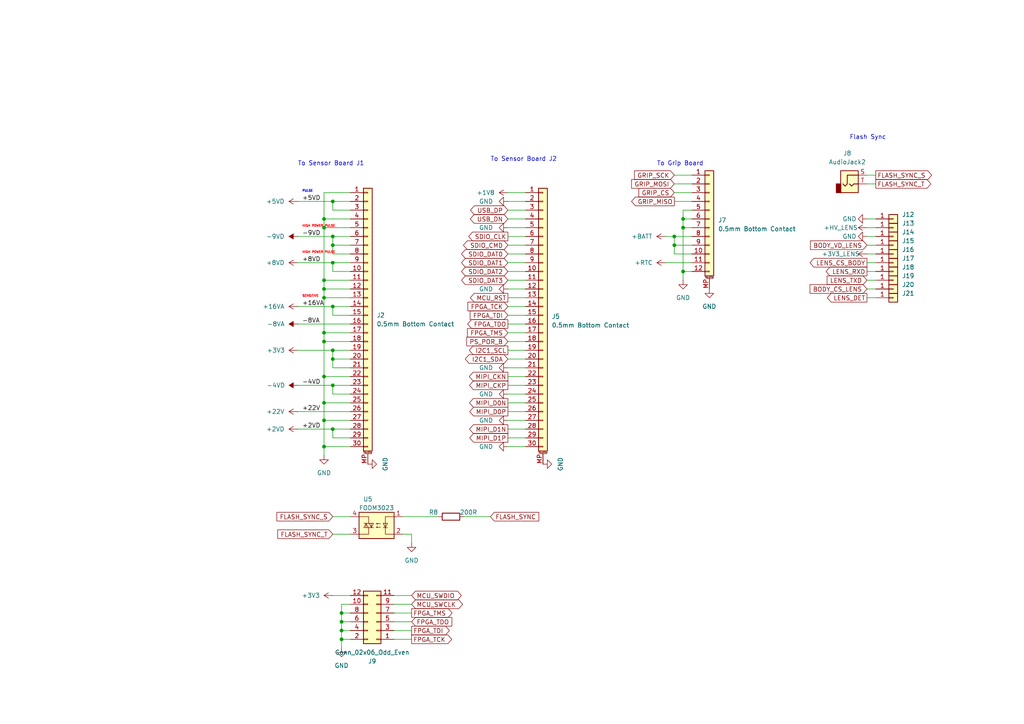
<source format=kicad_sch>
(kicad_sch (version 20231120) (generator "eeschema") (generator_version "8.0")
  (paper "A4")
  (title_block (title "IO/BTB Connectors") (date "2024-10-05") (rev "R0.12") (company "Copyright 2024 Anhang Li, Wenting Zhang") (comment 2 "MERCHANTABILITY, SATISFACTORY QUALITY AND FITNESS FOR A PARTICULAR PURPOSE.") (comment 3 "This source is distributed WITHOUT ANY EXPRESS OR IMPLIED WARRANTY, INCLUDING OF") (comment 4 "This source describes Open Hardware and is licensed under the CERN-OHL-P v2."))
  (lib_symbols
    (symbol "Connector_Audio:AudioJack2"
      (property "Reference" "J" (at 0 8.89 0))
      (property "Value" "AudioJack2" (at 0 6.35 0))
      (symbol "AudioJack2_0_1"
        (rectangle (start -3.81 0) (end -2.54 -2.54) (stroke (width 0.254)) (fill (type outline)))
        (rectangle (start -2.54 3.81) (end 2.54 -2.54) (stroke (width 0.254)) (fill (type background)))
        (polyline (pts (xy 0 0) (xy 0.635 -0.635) (xy 1.27 0) (xy 2.54 0)) (stroke (width 0.254)))
        (polyline (pts (xy 2.54 2.54) (xy -0.635 2.54) (xy -0.635 0) (xy -1.27 -0.635) (xy -1.905 0)) (stroke (width 0.254)))
      )
      (symbol "AudioJack2_1_1"
        (pin passive line (at 5.08 2.54 180) (length 2.54) (name "~") (number "S"))
        (pin passive line (at 5.08 0 180) (length 2.54) (name "~") (number "T"))
      )
    )
    (symbol "Connector_Generic:Conn_01x01" (pin_names (offset 1.016) hide)
      (property "Reference" "J" (at 0 2.54 0))
      (property "Value" "Conn_01x01" (at 0 -2.54 0))
      (symbol "Conn_01x01_1_1"
        (rectangle (start -1.27 0.127) (end 0 -0.127) (stroke (width 0.1524)))
        (rectangle (start -1.27 1.27) (end 1.27 -1.27) (stroke (width 0.254)) (fill (type background)))
        (pin passive line (at -5.08 0 0) (length 3.81) (name "Pin_1") (number "1"))
      )
    )
    (symbol "Connector_Generic:Conn_02x06_Odd_Even" (pin_names (offset 1.016) hide)
      (property "Reference" "J" (at 1.27 7.62 0))
      (property "Value" "Conn_02x06_Odd_Even" (at 1.27 -10.16 0))
      (symbol "Conn_02x06_Odd_Even_1_1"
        (rectangle (start -1.27 -7.493) (end 0 -7.747) (stroke (width 0.1524)))
        (rectangle (start -1.27 -4.953) (end 0 -5.207) (stroke (width 0.1524)))
        (rectangle (start -1.27 -2.413) (end 0 -2.667) (stroke (width 0.1524)))
        (rectangle (start -1.27 0.127) (end 0 -0.127) (stroke (width 0.1524)))
        (rectangle (start -1.27 2.667) (end 0 2.413) (stroke (width 0.1524)))
        (rectangle (start -1.27 5.207) (end 0 4.953) (stroke (width 0.1524)))
        (rectangle (start -1.27 6.35) (end 3.81 -8.89) (stroke (width 0.254)) (fill (type background)))
        (rectangle (start 3.81 -7.493) (end 2.54 -7.747) (stroke (width 0.1524)))
        (rectangle (start 3.81 -4.953) (end 2.54 -5.207) (stroke (width 0.1524)))
        (rectangle (start 3.81 -2.413) (end 2.54 -2.667) (stroke (width 0.1524)))
        (rectangle (start 3.81 0.127) (end 2.54 -0.127) (stroke (width 0.1524)))
        (rectangle (start 3.81 2.667) (end 2.54 2.413) (stroke (width 0.1524)))
        (rectangle (start 3.81 5.207) (end 2.54 4.953) (stroke (width 0.1524)))
        (pin passive line (at -5.08 5.08 0) (length 3.81) (name "Pin_1") (number "1"))
        (pin passive line (at 7.62 -5.08 180) (length 3.81) (name "Pin_10") (number "10"))
        (pin passive line (at -5.08 -7.62 0) (length 3.81) (name "Pin_11") (number "11"))
        (pin passive line (at 7.62 -7.62 180) (length 3.81) (name "Pin_12") (number "12"))
        (pin passive line (at 7.62 5.08 180) (length 3.81) (name "Pin_2") (number "2"))
        (pin passive line (at -5.08 2.54 0) (length 3.81) (name "Pin_3") (number "3"))
        (pin passive line (at 7.62 2.54 180) (length 3.81) (name "Pin_4") (number "4"))
        (pin passive line (at -5.08 0 0) (length 3.81) (name "Pin_5") (number "5"))
        (pin passive line (at 7.62 0 180) (length 3.81) (name "Pin_6") (number "6"))
        (pin passive line (at -5.08 -2.54 0) (length 3.81) (name "Pin_7") (number "7"))
        (pin passive line (at 7.62 -2.54 180) (length 3.81) (name "Pin_8") (number "8"))
        (pin passive line (at -5.08 -5.08 0) (length 3.81) (name "Pin_9") (number "9"))
      )
    )
    (symbol "Connector_Generic_MountingPin:Conn_01x12_MountingPin" (pin_names (offset 1.016) hide)
      (property "Reference" "J" (at 0 15.24 0))
      (property "Value" "Conn_01x12_MountingPin" (at 1.27 -17.78 0))
      (symbol "Conn_01x12_MountingPin_1_1"
        (rectangle (start -1.27 -15.113) (end 0 -15.367) (stroke (width 0.1524)))
        (rectangle (start -1.27 -12.573) (end 0 -12.827) (stroke (width 0.1524)))
        (rectangle (start -1.27 -10.033) (end 0 -10.287) (stroke (width 0.1524)))
        (rectangle (start -1.27 -7.493) (end 0 -7.747) (stroke (width 0.1524)))
        (rectangle (start -1.27 -4.953) (end 0 -5.207) (stroke (width 0.1524)))
        (rectangle (start -1.27 -2.413) (end 0 -2.667) (stroke (width 0.1524)))
        (rectangle (start -1.27 0.127) (end 0 -0.127) (stroke (width 0.1524)))
        (rectangle (start -1.27 2.667) (end 0 2.413) (stroke (width 0.1524)))
        (rectangle (start -1.27 5.207) (end 0 4.953) (stroke (width 0.1524)))
        (rectangle (start -1.27 7.747) (end 0 7.493) (stroke (width 0.1524)))
        (rectangle (start -1.27 10.287) (end 0 10.033) (stroke (width 0.1524)))
        (rectangle (start -1.27 12.827) (end 0 12.573) (stroke (width 0.1524)))
        (rectangle (start -1.27 13.97) (end 1.27 -16.51) (stroke (width 0.254)) (fill (type background)))
        (polyline (pts (xy -1.016 -17.272) (xy 1.016 -17.272)) (stroke (width 0.1524)))
        (text "Mounting" (at 0 -16.891 0) (effects (font (size 0.381 0.381))))
        (pin passive line (at -5.08 12.7 0) (length 3.81) (name "Pin_1") (number "1"))
        (pin passive line (at -5.08 -10.16 0) (length 3.81) (name "Pin_10") (number "10"))
        (pin passive line (at -5.08 -12.7 0) (length 3.81) (name "Pin_11") (number "11"))
        (pin passive line (at -5.08 -15.24 0) (length 3.81) (name "Pin_12") (number "12"))
        (pin passive line (at -5.08 10.16 0) (length 3.81) (name "Pin_2") (number "2"))
        (pin passive line (at -5.08 7.62 0) (length 3.81) (name "Pin_3") (number "3"))
        (pin passive line (at -5.08 5.08 0) (length 3.81) (name "Pin_4") (number "4"))
        (pin passive line (at -5.08 2.54 0) (length 3.81) (name "Pin_5") (number "5"))
        (pin passive line (at -5.08 0 0) (length 3.81) (name "Pin_6") (number "6"))
        (pin passive line (at -5.08 -2.54 0) (length 3.81) (name "Pin_7") (number "7"))
        (pin passive line (at -5.08 -5.08 0) (length 3.81) (name "Pin_8") (number "8"))
        (pin passive line (at -5.08 -7.62 0) (length 3.81) (name "Pin_9") (number "9"))
        (pin passive line (at 0 -20.32 90) (length 3.048) (name "MountPin") (number "MP"))
      )
    )
    (symbol "Connector_Generic_MountingPin:Conn_01x30_MountingPin" (pin_names (offset 1.016) hide)
      (property "Reference" "J" (at 0 38.1 0))
      (property "Value" "Conn_01x30_MountingPin" (at 1.27 -40.64 0))
      (symbol "Conn_01x30_MountingPin_1_1"
        (rectangle (start -1.27 -37.973) (end 0 -38.227) (stroke (width 0.1524)))
        (rectangle (start -1.27 -35.433) (end 0 -35.687) (stroke (width 0.1524)))
        (rectangle (start -1.27 -32.893) (end 0 -33.147) (stroke (width 0.1524)))
        (rectangle (start -1.27 -30.353) (end 0 -30.607) (stroke (width 0.1524)))
        (rectangle (start -1.27 -27.813) (end 0 -28.067) (stroke (width 0.1524)))
        (rectangle (start -1.27 -25.273) (end 0 -25.527) (stroke (width 0.1524)))
        (rectangle (start -1.27 -22.733) (end 0 -22.987) (stroke (width 0.1524)))
        (rectangle (start -1.27 -20.193) (end 0 -20.447) (stroke (width 0.1524)))
        (rectangle (start -1.27 -17.653) (end 0 -17.907) (stroke (width 0.1524)))
        (rectangle (start -1.27 -15.113) (end 0 -15.367) (stroke (width 0.1524)))
        (rectangle (start -1.27 -12.573) (end 0 -12.827) (stroke (width 0.1524)))
        (rectangle (start -1.27 -10.033) (end 0 -10.287) (stroke (width 0.1524)))
        (rectangle (start -1.27 -7.493) (end 0 -7.747) (stroke (width 0.1524)))
        (rectangle (start -1.27 -4.953) (end 0 -5.207) (stroke (width 0.1524)))
        (rectangle (start -1.27 -2.413) (end 0 -2.667) (stroke (width 0.1524)))
        (rectangle (start -1.27 0.127) (end 0 -0.127) (stroke (width 0.1524)))
        (rectangle (start -1.27 2.667) (end 0 2.413) (stroke (width 0.1524)))
        (rectangle (start -1.27 5.207) (end 0 4.953) (stroke (width 0.1524)))
        (rectangle (start -1.27 7.747) (end 0 7.493) (stroke (width 0.1524)))
        (rectangle (start -1.27 10.287) (end 0 10.033) (stroke (width 0.1524)))
        (rectangle (start -1.27 12.827) (end 0 12.573) (stroke (width 0.1524)))
        (rectangle (start -1.27 15.367) (end 0 15.113) (stroke (width 0.1524)))
        (rectangle (start -1.27 17.907) (end 0 17.653) (stroke (width 0.1524)))
        (rectangle (start -1.27 20.447) (end 0 20.193) (stroke (width 0.1524)))
        (rectangle (start -1.27 22.987) (end 0 22.733) (stroke (width 0.1524)))
        (rectangle (start -1.27 25.527) (end 0 25.273) (stroke (width 0.1524)))
        (rectangle (start -1.27 28.067) (end 0 27.813) (stroke (width 0.1524)))
        (rectangle (start -1.27 30.607) (end 0 30.353) (stroke (width 0.1524)))
        (rectangle (start -1.27 33.147) (end 0 32.893) (stroke (width 0.1524)))
        (rectangle (start -1.27 35.687) (end 0 35.433) (stroke (width 0.1524)))
        (rectangle (start -1.27 36.83) (end 1.27 -39.37) (stroke (width 0.254)) (fill (type background)))
        (polyline (pts (xy -1.016 -40.132) (xy 1.016 -40.132)) (stroke (width 0.1524)))
        (text "Mounting" (at 0 -39.751 0) (effects (font (size 0.381 0.381))))
        (pin passive line (at -5.08 35.56 0) (length 3.81) (name "Pin_1") (number "1"))
        (pin passive line (at -5.08 12.7 0) (length 3.81) (name "Pin_10") (number "10"))
        (pin passive line (at -5.08 10.16 0) (length 3.81) (name "Pin_11") (number "11"))
        (pin passive line (at -5.08 7.62 0) (length 3.81) (name "Pin_12") (number "12"))
        (pin passive line (at -5.08 5.08 0) (length 3.81) (name "Pin_13") (number "13"))
        (pin passive line (at -5.08 2.54 0) (length 3.81) (name "Pin_14") (number "14"))
        (pin passive line (at -5.08 0 0) (length 3.81) (name "Pin_15") (number "15"))
        (pin passive line (at -5.08 -2.54 0) (length 3.81) (name "Pin_16") (number "16"))
        (pin passive line (at -5.08 -5.08 0) (length 3.81) (name "Pin_17") (number "17"))
        (pin passive line (at -5.08 -7.62 0) (length 3.81) (name "Pin_18") (number "18"))
        (pin passive line (at -5.08 -10.16 0) (length 3.81) (name "Pin_19") (number "19"))
        (pin passive line (at -5.08 33.02 0) (length 3.81) (name "Pin_2") (number "2"))
        (pin passive line (at -5.08 -12.7 0) (length 3.81) (name "Pin_20") (number "20"))
        (pin passive line (at -5.08 -15.24 0) (length 3.81) (name "Pin_21") (number "21"))
        (pin passive line (at -5.08 -17.78 0) (length 3.81) (name "Pin_22") (number "22"))
        (pin passive line (at -5.08 -20.32 0) (length 3.81) (name "Pin_23") (number "23"))
        (pin passive line (at -5.08 -22.86 0) (length 3.81) (name "Pin_24") (number "24"))
        (pin passive line (at -5.08 -25.4 0) (length 3.81) (name "Pin_25") (number "25"))
        (pin passive line (at -5.08 -27.94 0) (length 3.81) (name "Pin_26") (number "26"))
        (pin passive line (at -5.08 -30.48 0) (length 3.81) (name "Pin_27") (number "27"))
        (pin passive line (at -5.08 -33.02 0) (length 3.81) (name "Pin_28") (number "28"))
        (pin passive line (at -5.08 -35.56 0) (length 3.81) (name "Pin_29") (number "29"))
        (pin passive line (at -5.08 30.48 0) (length 3.81) (name "Pin_3") (number "3"))
        (pin passive line (at -5.08 -38.1 0) (length 3.81) (name "Pin_30") (number "30"))
        (pin passive line (at -5.08 27.94 0) (length 3.81) (name "Pin_4") (number "4"))
        (pin passive line (at -5.08 25.4 0) (length 3.81) (name "Pin_5") (number "5"))
        (pin passive line (at -5.08 22.86 0) (length 3.81) (name "Pin_6") (number "6"))
        (pin passive line (at -5.08 20.32 0) (length 3.81) (name "Pin_7") (number "7"))
        (pin passive line (at -5.08 17.78 0) (length 3.81) (name "Pin_8") (number "8"))
        (pin passive line (at -5.08 15.24 0) (length 3.81) (name "Pin_9") (number "9"))
        (pin passive line (at 0 -43.18 90) (length 3.048) (name "MountPin") (number "MP"))
      )
    )
    (symbol "Device:R" (pin_numbers hide) (pin_names (offset 0))
      (property "Reference" "R" (at 2.032 0 90))
      (property "Value" "R" (at 0 0 90))
      (symbol "R_0_1"
        (rectangle (start -1.016 -2.54) (end 1.016 2.54) (stroke (width 0.254)))
      )
      (symbol "R_1_1"
        (pin passive line (at 0 3.81 270) (length 1.27) (name "~") (number "1"))
        (pin passive line (at 0 -3.81 90) (length 1.27) (name "~") (number "2"))
      )
    )
    (symbol "Relay_SolidState:FODM3023"
      (property "Reference" "U" (at -5.08 5.08 0))
      (property "Value" "FODM3023" (at 0 5.08 0))
      (symbol "FODM3023_0_1"
        (rectangle (start -5.08 3.81) (end 5.08 -3.81) (stroke (width 0.254)) (fill (type background)))
        (polyline (pts (xy -3.175 -0.635) (xy -1.905 -0.635)))
        (polyline (pts (xy 1.524 -0.635) (xy 1.524 0.635)))
        (polyline (pts (xy 3.048 0.635) (xy 3.048 -0.635)))
        (polyline (pts (xy 2.286 -0.635) (xy 2.286 -2.54) (xy 5.08 -2.54)))
        (polyline (pts (xy 2.286 0.635) (xy 2.286 2.54) (xy 5.08 2.54)))
        (polyline (pts (xy -5.08 2.54) (xy -2.54 2.54) (xy -2.54 -2.54) (xy -5.08 -2.54)))
        (polyline (pts (xy -2.54 -0.635) (xy -3.175 0.635) (xy -1.905 0.635) (xy -2.54 -0.635)))
        (polyline (pts (xy 0.889 -0.635) (xy 3.683 -0.635) (xy 3.048 0.635) (xy 2.413 -0.635)))
        (polyline (pts (xy 3.683 0.635) (xy 0.889 0.635) (xy 1.524 -0.635) (xy 2.159 0.635)))
        (polyline (pts (xy -1.143 -0.508) (xy 0.127 -0.508) (xy -0.254 -0.635) (xy -0.254 -0.381) (xy 0.127 -0.508)))
        (polyline (pts (xy -1.143 0.508) (xy 0.127 0.508) (xy -0.254 0.381) (xy -0.254 0.635) (xy 0.127 0.508)))
      )
      (symbol "FODM3023_1_1"
        (pin passive line (at -7.62 2.54 0) (length 2.54) (name "~") (number "1"))
        (pin passive line (at -7.62 -2.54 0) (length 2.54) (name "~") (number "2"))
        (pin passive line (at 7.62 -2.54 180) (length 2.54) (name "~") (number "3"))
        (pin passive line (at 7.62 2.54 180) (length 2.54) (name "~") (number "4"))
      )
    )
    (symbol "power:+1V8" (power) (pin_names (offset 0))
      (property "Value" "+1V8" (at 0 3.556 0))
      (symbol "+1V8_0_1"
        (polyline (pts (xy -0.762 1.27) (xy 0 2.54)))
        (polyline (pts (xy 0 0) (xy 0 2.54)))
        (polyline (pts (xy 0 2.54) (xy 0.762 1.27)))
      )
      (symbol "+1V8_1_1"
        (pin power_in line (at 0 0 90) (length 0) hide (name "+1V8") (number "1"))
      )
    )
    (symbol "power:+3V3" (power) (pin_names (offset 0))
      (property "Value" "+3V3" (at 0 3.556 0))
      (symbol "+3V3_0_1"
        (polyline (pts (xy -0.762 1.27) (xy 0 2.54)))
        (polyline (pts (xy 0 0) (xy 0 2.54)))
        (polyline (pts (xy 0 2.54) (xy 0.762 1.27)))
      )
      (symbol "+3V3_1_1"
        (pin power_in line (at 0 0 90) (length 0) hide (name "+3V3") (number "1"))
      )
    )
    (symbol "power:+5V" (power) (pin_names (offset 0))
      (property "Value" "+5V" (at 0 3.556 0))
      (symbol "+5V_0_1"
        (polyline (pts (xy -0.762 1.27) (xy 0 2.54)))
        (polyline (pts (xy 0 0) (xy 0 2.54)))
        (polyline (pts (xy 0 2.54) (xy 0.762 1.27)))
      )
      (symbol "+5V_1_1"
        (pin power_in line (at 0 0 90) (length 0) hide (name "+5V") (number "1"))
      )
    )
    (symbol "power:+BATT" (power) (pin_names (offset 0))
      (property "Value" "+BATT" (at 0 3.556 0))
      (symbol "+BATT_0_1"
        (polyline (pts (xy -0.762 1.27) (xy 0 2.54)))
        (polyline (pts (xy 0 0) (xy 0 2.54)))
        (polyline (pts (xy 0 2.54) (xy 0.762 1.27)))
      )
      (symbol "+BATT_1_1"
        (pin power_in line (at 0 0 90) (length 0) hide (name "+BATT") (number "1"))
      )
    )
    (symbol "power:GND" (power) (pin_names (offset 0))
      (property "Value" "GND" (at 0 -3.81 0))
      (symbol "GND_0_1"
        (polyline (pts (xy 0 0) (xy 0 -1.27) (xy 1.27 -1.27) (xy 0 -2.54) (xy -1.27 -1.27) (xy 0 -1.27)))
      )
      (symbol "GND_1_1"
        (pin power_in line (at 0 0 270) (length 0) hide (name "GND") (number "1"))
      )
    )
    (symbol "power:VDC" (power) (pin_numbers hide) (pin_names (offset 0) hide)
      (property "Value" "VDC" (at 0 3.556 0))
      (symbol "VDC_0_1"
        (polyline (pts (xy -0.762 1.27) (xy 0 2.54)))
        (polyline (pts (xy 0 0) (xy 0 2.54)))
        (polyline (pts (xy 0 2.54) (xy 0.762 1.27)))
      )
      (symbol "VDC_1_1"
        (pin power_in line (at 0 0 90) (length 0) (name "~") (number "1"))
      )
    )
    (symbol "power:VEE" (power) (pin_numbers hide) (pin_names (offset 0) hide)
      (property "Value" "VEE" (at 0 3.556 0))
      (symbol "VEE_0_1"
        (polyline (pts (xy 0 0) (xy 0 2.54)))
        (polyline (pts (xy 0.762 1.27) (xy -0.762 1.27) (xy 0 2.54) (xy 0.762 1.27)) (fill (type outline)))
      )
      (symbol "VEE_1_1"
        (pin power_in line (at 0 0 90) (length 0) (name "~") (number "1"))
      )
    )
    (symbol "symbols:+RTC" (power) (pin_names (offset 0))
      (property "Value" "+RTC" (at 0 3.556 0))
      (symbol "+RTC_0_1"
        (polyline (pts (xy -0.762 1.27) (xy 0 2.54)))
        (polyline (pts (xy 0 0) (xy 0 2.54)))
        (polyline (pts (xy 0 2.54) (xy 0.762 1.27)))
      )
      (symbol "+RTC_1_1"
        (pin power_in line (at 0 0 90) (length 0) hide (name "+RTC") (number "1"))
      )
    )
  )
  (junction (at 198.12 66.04))
  (junction (at 195.58 71.12))
  (junction (at 198.12 78.74))
  (junction (at 93.98 83.82))
  (junction (at 96.52 111.76))
  (junction (at 99.06 180.34))
  (junction (at 93.98 81.28))
  (junction (at 99.06 182.88))
  (junction (at 96.52 101.6))
  (junction (at 99.06 177.8))
  (junction (at 93.98 116.84))
  (junction (at 96.52 124.46))
  (junction (at 96.52 76.2))
  (junction (at 96.52 68.58))
  (junction (at 99.06 185.42))
  (junction (at 96.52 104.14))
  (junction (at 93.98 66.04))
  (junction (at 93.98 86.36))
  (junction (at 198.12 63.5))
  (junction (at 93.98 99.06))
  (junction (at 93.98 121.92))
  (junction (at 96.52 58.42))
  (junction (at 195.58 68.58))
  (junction (at 93.98 63.5))
  (junction (at 96.52 88.9))
  (junction (at 93.98 129.54))
  (junction (at 93.98 96.52))
  (junction (at 93.98 109.22))
  (junction (at 96.52 71.12))
  (wire (pts (xy 251.46 53.34) (xy 254 53.34)))
  (wire (pts (xy 147.32 83.82) (xy 152.4 83.82)))
  (wire (pts (xy 86.36 101.6) (xy 96.52 101.6)))
  (wire (pts (xy 99.06 185.42) (xy 101.6 185.42)))
  (wire (pts (xy 96.52 71.12) (xy 101.6 71.12)))
  (wire (pts (xy 198.12 63.5) (xy 198.12 66.04)))
  (wire (pts (xy 96.52 68.58) (xy 101.6 68.58)))
  (wire (pts (xy 251.46 50.8) (xy 254 50.8)))
  (wire (pts (xy 198.12 63.5) (xy 200.66 63.5)))
  (wire (pts (xy 147.32 76.2) (xy 152.4 76.2)))
  (wire (pts (xy 96.52 76.2) (xy 96.52 78.74)))
  (wire (pts (xy 101.6 175.26) (xy 99.06 175.26)))
  (wire (pts (xy 147.32 91.44) (xy 152.4 91.44)))
  (wire (pts (xy 251.46 83.82) (xy 254 83.82)))
  (wire (pts (xy 86.36 119.38) (xy 101.6 119.38)))
  (wire (pts (xy 96.52 114.3) (xy 96.52 111.76)))
  (wire (pts (xy 147.32 86.36) (xy 152.4 86.36)))
  (wire (pts (xy 147.32 73.66) (xy 152.4 73.66)))
  (wire (pts (xy 93.98 83.82) (xy 93.98 86.36)))
  (wire (pts (xy 200.66 73.66) (xy 195.58 73.66)))
  (wire (pts (xy 198.12 66.04) (xy 198.12 78.74)))
  (wire (pts (xy 93.98 109.22) (xy 93.98 116.84)))
  (wire (pts (xy 119.38 182.88) (xy 114.3 182.88)))
  (wire (pts (xy 147.32 93.98) (xy 152.4 93.98)))
  (wire (pts (xy 93.98 121.92) (xy 101.6 121.92)))
  (wire (pts (xy 93.98 66.04) (xy 93.98 81.28)))
  (wire (pts (xy 93.98 109.22) (xy 101.6 109.22)))
  (wire (pts (xy 195.58 55.88) (xy 200.66 55.88)))
  (wire (pts (xy 93.98 81.28) (xy 101.6 81.28)))
  (wire (pts (xy 147.32 55.88) (xy 152.4 55.88)))
  (wire (pts (xy 93.98 116.84) (xy 101.6 116.84)))
  (wire (pts (xy 96.52 68.58) (xy 96.52 71.12)))
  (wire (pts (xy 86.36 124.46) (xy 96.52 124.46)))
  (wire (pts (xy 114.3 175.26) (xy 119.38 175.26)))
  (wire (pts (xy 93.98 129.54) (xy 93.98 132.08)))
  (wire (pts (xy 93.98 96.52) (xy 93.98 99.06)))
  (wire (pts (xy 251.46 78.74) (xy 254 78.74)))
  (wire (pts (xy 147.32 127) (xy 152.4 127)))
  (wire (pts (xy 251.46 81.28) (xy 254 81.28)))
  (wire (pts (xy 93.98 83.82) (xy 101.6 83.82)))
  (wire (pts (xy 96.52 91.44) (xy 101.6 91.44)))
  (wire (pts (xy 93.98 55.88) (xy 101.6 55.88)))
  (wire (pts (xy 99.06 185.42) (xy 99.06 187.96)))
  (wire (pts (xy 96.52 106.68) (xy 96.52 104.14)))
  (wire (pts (xy 96.52 60.96) (xy 96.52 58.42)))
  (wire (pts (xy 147.32 88.9) (xy 152.4 88.9)))
  (wire (pts (xy 198.12 78.74) (xy 200.66 78.74)))
  (wire (pts (xy 93.98 99.06) (xy 101.6 99.06)))
  (wire (pts (xy 86.36 68.58) (xy 96.52 68.58)))
  (wire (pts (xy 193.04 68.58) (xy 195.58 68.58)))
  (wire (pts (xy 101.6 106.68) (xy 96.52 106.68)))
  (wire (pts (xy 93.98 129.54) (xy 101.6 129.54)))
  (wire (pts (xy 147.32 119.38) (xy 152.4 119.38)))
  (wire (pts (xy 96.52 78.74) (xy 101.6 78.74)))
  (wire (pts (xy 96.52 73.66) (xy 101.6 73.66)))
  (wire (pts (xy 251.46 71.12) (xy 254 71.12)))
  (wire (pts (xy 251.46 76.2) (xy 254 76.2)))
  (wire (pts (xy 147.32 81.28) (xy 152.4 81.28)))
  (wire (pts (xy 147.32 114.3) (xy 152.4 114.3)))
  (wire (pts (xy 96.52 71.12) (xy 96.52 73.66)))
  (wire (pts (xy 93.98 116.84) (xy 93.98 121.92)))
  (wire (pts (xy 147.32 71.12) (xy 152.4 71.12)))
  (wire (pts (xy 96.52 149.86) (xy 101.6 149.86)))
  (wire (pts (xy 134.62 149.86) (xy 142.24 149.86)))
  (wire (pts (xy 147.32 99.06) (xy 152.4 99.06)))
  (wire (pts (xy 101.6 114.3) (xy 96.52 114.3)))
  (wire (pts (xy 93.98 121.92) (xy 93.98 129.54)))
  (wire (pts (xy 195.58 73.66) (xy 195.58 71.12)))
  (wire (pts (xy 147.32 60.96) (xy 152.4 60.96)))
  (wire (pts (xy 96.52 104.14) (xy 96.52 101.6)))
  (wire (pts (xy 119.38 180.34) (xy 114.3 180.34)))
  (wire (pts (xy 96.52 60.96) (xy 101.6 60.96)))
  (wire (pts (xy 101.6 127) (xy 96.52 127)))
  (wire (pts (xy 96.52 76.2) (xy 101.6 76.2)))
  (wire (pts (xy 200.66 60.96) (xy 198.12 60.96)))
  (wire (pts (xy 147.32 63.5) (xy 152.4 63.5)))
  (wire (pts (xy 251.46 63.5) (xy 254 63.5)))
  (wire (pts (xy 93.98 55.88) (xy 93.98 63.5)))
  (wire (pts (xy 198.12 66.04) (xy 200.66 66.04)))
  (wire (pts (xy 147.32 101.6) (xy 152.4 101.6)))
  (wire (pts (xy 96.52 104.14) (xy 101.6 104.14)))
  (wire (pts (xy 93.98 99.06) (xy 93.98 109.22)))
  (wire (pts (xy 119.38 185.42) (xy 114.3 185.42)))
  (wire (pts (xy 147.32 121.92) (xy 152.4 121.92)))
  (wire (pts (xy 99.06 182.88) (xy 101.6 182.88)))
  (wire (pts (xy 96.52 172.72) (xy 101.6 172.72)))
  (wire (pts (xy 93.98 96.52) (xy 101.6 96.52)))
  (wire (pts (xy 251.46 68.58) (xy 254 68.58)))
  (wire (pts (xy 96.52 88.9) (xy 96.52 91.44)))
  (wire (pts (xy 96.52 101.6) (xy 101.6 101.6)))
  (wire (pts (xy 86.36 111.76) (xy 96.52 111.76)))
  (wire (pts (xy 193.04 76.2) (xy 200.66 76.2)))
  (wire (pts (xy 99.06 177.8) (xy 99.06 180.34)))
  (wire (pts (xy 93.98 86.36) (xy 101.6 86.36)))
  (wire (pts (xy 147.32 96.52) (xy 152.4 96.52)))
  (wire (pts (xy 99.06 182.88) (xy 99.06 185.42)))
  (wire (pts (xy 119.38 177.8) (xy 114.3 177.8)))
  (wire (pts (xy 198.12 78.74) (xy 198.12 81.28)))
  (wire (pts (xy 195.58 71.12) (xy 195.58 68.58)))
  (wire (pts (xy 251.46 86.36) (xy 254 86.36)))
  (wire (pts (xy 86.36 88.9) (xy 96.52 88.9)))
  (wire (pts (xy 198.12 60.96) (xy 198.12 63.5)))
  (wire (pts (xy 251.46 73.66) (xy 254 73.66)))
  (wire (pts (xy 147.32 68.58) (xy 152.4 68.58)))
  (wire (pts (xy 147.32 106.68) (xy 152.4 106.68)))
  (wire (pts (xy 114.3 172.72) (xy 119.38 172.72)))
  (wire (pts (xy 93.98 66.04) (xy 101.6 66.04)))
  (wire (pts (xy 195.58 68.58) (xy 200.66 68.58)))
  (wire (pts (xy 147.32 111.76) (xy 152.4 111.76)))
  (wire (pts (xy 147.32 78.74) (xy 152.4 78.74)))
  (wire (pts (xy 86.36 76.2) (xy 96.52 76.2)))
  (wire (pts (xy 195.58 50.8) (xy 200.66 50.8)))
  (wire (pts (xy 93.98 81.28) (xy 93.98 83.82)))
  (wire (pts (xy 96.52 111.76) (xy 101.6 111.76)))
  (wire (pts (xy 86.36 58.42) (xy 96.52 58.42)))
  (wire (pts (xy 99.06 175.26) (xy 99.06 177.8)))
  (wire (pts (xy 147.32 124.46) (xy 152.4 124.46)))
  (wire (pts (xy 116.84 154.94) (xy 119.38 154.94)))
  (wire (pts (xy 96.52 127) (xy 96.52 124.46)))
  (wire (pts (xy 195.58 58.42) (xy 200.66 58.42)))
  (wire (pts (xy 99.06 177.8) (xy 101.6 177.8)))
  (wire (pts (xy 147.32 109.22) (xy 152.4 109.22)))
  (wire (pts (xy 93.98 63.5) (xy 101.6 63.5)))
  (wire (pts (xy 93.98 63.5) (xy 93.98 66.04)))
  (wire (pts (xy 251.46 66.04) (xy 254 66.04)))
  (wire (pts (xy 86.36 93.98) (xy 101.6 93.98)))
  (wire (pts (xy 195.58 53.34) (xy 200.66 53.34)))
  (wire (pts (xy 119.38 154.94) (xy 119.38 157.48)))
  (wire (pts (xy 99.06 180.34) (xy 101.6 180.34)))
  (wire (pts (xy 147.32 104.14) (xy 152.4 104.14)))
  (wire (pts (xy 147.32 58.42) (xy 152.4 58.42)))
  (wire (pts (xy 195.58 71.12) (xy 200.66 71.12)))
  (wire (pts (xy 147.32 129.54) (xy 152.4 129.54)))
  (wire (pts (xy 96.52 58.42) (xy 101.6 58.42)))
  (wire (pts (xy 96.52 88.9) (xy 101.6 88.9)))
  (wire (pts (xy 99.06 180.34) (xy 99.06 182.88)))
  (wire (pts (xy 147.32 116.84) (xy 152.4 116.84)))
  (wire (pts (xy 96.52 124.46) (xy 101.6 124.46)))
  (wire (pts (xy 147.32 66.04) (xy 152.4 66.04)))
  (wire (pts (xy 93.98 86.36) (xy 93.98 96.52)))
  (wire (pts (xy 116.84 149.86) (xy 127 149.86)))
  (wire (pts (xy 96.52 154.94) (xy 101.6 154.94)))
  (text "PULSE" (at 87.63 55.88 0) (effects (font (size 0.635 0.635)) (justify left bottom)))
  (text "To Sensor Board J2" (at 142.24 46.99 0) (effects (font (size 1.27 1.27)) (justify left bottom)))
  (text "To Grip Board" (at 190.5 48.26 0) (effects (font (size 1.27 1.27)) (justify left bottom)))
  (text "To Sensor Board J1" (at 86.36 48.26 0) (effects (font (size 1.27 1.27)) (justify left bottom)))
  (text "Flash Sync" (at 246.38 40.64 0) (effects (font (size 1.27 1.27)) (justify left bottom)))
  (text "SENSITIVE" (at 87.63 86.36 0) (effects (font (size 0.635 0.635)) (justify left bottom)))
  (text "HIGH POWER PULSE" (at 87.63 73.66 0) (effects (font (size 0.635 0.635)) (justify left bottom)))
  (text "HIGH POWER PULSE" (at 87.63 66.04 0) (effects (font (size 0.635 0.635)) (justify left bottom)))
  (label "-9VD" (at 87.63 68.58 0))
  (label "+8VD" (at 87.63 76.2 0))
  (label "+22V" (at 87.63 119.38 0))
  (label "-8VA" (at 87.63 93.98 0))
  (label "+2VD" (at 87.63 124.46 0))
  (label "+5VD" (at 87.63 58.42 0))
  (label "+16VA" (at 87.63 88.9 0))
  (label "-4VD" (at 87.63 111.76 0))
  (global_label "FPGA_TCK" (shape output) (at 119.38 185.42 0) (property "Intersheetrefs" "${INTERSHEET_REFS}" (effects (hide yes))))
  (global_label "FLASH_SYNC" (shape input) (at 142.24 149.86 0) (property "Intersheetrefs" "${INTERSHEET_REFS}" (effects (hide yes))))
  (global_label "FLASH_SYNC_T" (shape output) (at 254 53.34 0) (property "Intersheetrefs" "${INTERSHEET_REFS}" (effects (hide yes))))
  (global_label "SDIO_CLK" (shape output) (at 147.32 68.58 180) (property "Intersheetrefs" "${INTERSHEET_REFS}" (effects (hide yes))))
  (global_label "USB_DP" (shape bidirectional) (at 147.32 60.96 180) (property "Intersheetrefs" "${INTERSHEET_REFS}" (effects (hide yes))))
  (global_label "GRIP_MISO" (shape output) (at 195.58 58.42 180) (property "Intersheetrefs" "${INTERSHEET_REFS}" (effects (hide yes))))
  (global_label "MCU_RST" (shape output) (at 147.32 86.36 180) (property "Intersheetrefs" "${INTERSHEET_REFS}" (effects (hide yes))))
  (global_label "FPGA_TMS" (shape output) (at 119.38 177.8 0) (property "Intersheetrefs" "${INTERSHEET_REFS}" (effects (hide yes))))
  (global_label "MIPI_D0P" (shape output) (at 147.32 119.38 180) (property "Intersheetrefs" "${INTERSHEET_REFS}" (effects (hide yes))))
  (global_label "MCU_SWCLK" (shape bidirectional) (at 119.38 175.26 0) (property "Intersheetrefs" "${INTERSHEET_REFS}" (effects (hide yes))))
  (global_label "FLASH_SYNC_S" (shape input) (at 96.52 149.86 180) (property "Intersheetrefs" "${INTERSHEET_REFS}" (effects (hide yes))))
  (global_label "MIPI_D1N" (shape output) (at 147.32 124.46 180) (property "Intersheetrefs" "${INTERSHEET_REFS}" (effects (hide yes))))
  (global_label "I2C1_SCL" (shape output) (at 147.32 101.6 180) (property "Intersheetrefs" "${INTERSHEET_REFS}" (effects (hide yes))))
  (global_label "MCU_SWDIO" (shape bidirectional) (at 119.38 172.72 0) (property "Intersheetrefs" "${INTERSHEET_REFS}" (effects (hide yes))))
  (global_label "BODY_CS_LENS" (shape input) (at 251.46 83.82 180) (property "Intersheetrefs" "${INTERSHEET_REFS}" (effects (hide yes))))
  (global_label "LENS_DET" (shape output) (at 251.46 86.36 180) (property "Intersheetrefs" "${INTERSHEET_REFS}" (effects (hide yes))))
  (global_label "USB_DN" (shape bidirectional) (at 147.32 63.5 180) (property "Intersheetrefs" "${INTERSHEET_REFS}" (effects (hide yes))))
  (global_label "SDIO_CMD" (shape bidirectional) (at 147.32 71.12 180) (property "Intersheetrefs" "${INTERSHEET_REFS}" (effects (hide yes))))
  (global_label "FPGA_TDI" (shape input) (at 147.32 91.44 180) (property "Intersheetrefs" "${INTERSHEET_REFS}" (effects (hide yes))))
  (global_label "MIPI_CKN" (shape output) (at 147.32 109.22 180) (property "Intersheetrefs" "${INTERSHEET_REFS}" (effects (hide yes))))
  (global_label "FPGA_TCK" (shape input) (at 147.32 88.9 180) (property "Intersheetrefs" "${INTERSHEET_REFS}" (effects (hide yes))))
  (global_label "MIPI_CKP" (shape output) (at 147.32 111.76 180) (property "Intersheetrefs" "${INTERSHEET_REFS}" (effects (hide yes))))
  (global_label "FPGA_TDI" (shape output) (at 119.38 182.88 0) (property "Intersheetrefs" "${INTERSHEET_REFS}" (effects (hide yes))))
  (global_label "FPGA_TDO" (shape input) (at 119.38 180.34 0) (property "Intersheetrefs" "${INTERSHEET_REFS}" (effects (hide yes))))
  (global_label "FPGA_TMS" (shape input) (at 147.32 96.52 180) (property "Intersheetrefs" "${INTERSHEET_REFS}" (effects (hide yes))))
  (global_label "LENS_CS_BODY" (shape output) (at 251.46 76.2 180) (property "Intersheetrefs" "${INTERSHEET_REFS}" (effects (hide yes))))
  (global_label "SDIO_DAT3" (shape bidirectional) (at 147.32 81.28 180) (property "Intersheetrefs" "${INTERSHEET_REFS}" (effects (hide yes))))
  (global_label "FPGA_TDO" (shape output) (at 147.32 93.98 180) (property "Intersheetrefs" "${INTERSHEET_REFS}" (effects (hide yes))))
  (global_label "FLASH_SYNC_S" (shape output) (at 254 50.8 0) (property "Intersheetrefs" "${INTERSHEET_REFS}" (effects (hide yes))))
  (global_label "GRIP_MOSI" (shape input) (at 195.58 53.34 180) (property "Intersheetrefs" "${INTERSHEET_REFS}" (effects (hide yes))))
  (global_label "PS_POR_B" (shape input) (at 147.32 99.06 180) (property "Intersheetrefs" "${INTERSHEET_REFS}" (effects (hide yes))))
  (global_label "LENS_TXD" (shape input) (at 251.46 81.28 180) (property "Intersheetrefs" "${INTERSHEET_REFS}" (effects (hide yes))))
  (global_label "BODY_VD_LENS" (shape input) (at 251.46 71.12 180) (property "Intersheetrefs" "${INTERSHEET_REFS}" (effects (hide yes))))
  (global_label "LENS_RXD" (shape output) (at 251.46 78.74 180) (property "Intersheetrefs" "${INTERSHEET_REFS}" (effects (hide yes))))
  (global_label "I2C1_SDA" (shape bidirectional) (at 147.32 104.14 180) (property "Intersheetrefs" "${INTERSHEET_REFS}" (effects (hide yes))))
  (global_label "MIPI_D1P" (shape output) (at 147.32 127 180) (property "Intersheetrefs" "${INTERSHEET_REFS}" (effects (hide yes))))
  (global_label "SDIO_DAT1" (shape bidirectional) (at 147.32 76.2 180) (property "Intersheetrefs" "${INTERSHEET_REFS}" (effects (hide yes))))
  (global_label "GRIP_SCK" (shape input) (at 195.58 50.8 180) (property "Intersheetrefs" "${INTERSHEET_REFS}" (effects (hide yes))))
  (global_label "FLASH_SYNC_T" (shape input) (at 96.52 154.94 180) (property "Intersheetrefs" "${INTERSHEET_REFS}" (effects (hide yes))))
  (global_label "GRIP_CS" (shape input) (at 195.58 55.88 180) (property "Intersheetrefs" "${INTERSHEET_REFS}" (effects (hide yes))))
  (global_label "SDIO_DAT0" (shape bidirectional) (at 147.32 73.66 180) (property "Intersheetrefs" "${INTERSHEET_REFS}" (effects (hide yes))))
  (global_label "MIPI_D0N" (shape output) (at 147.32 116.84 180) (property "Intersheetrefs" "${INTERSHEET_REFS}" (effects (hide yes))))
  (global_label "SDIO_DAT2" (shape bidirectional) (at 147.32 78.74 180) (property "Intersheetrefs" "${INTERSHEET_REFS}" (effects (hide yes))))
  (symbol (lib_id "power:+BATT") (at 193.04 68.58 90) (unit 1)
    (property "Reference" "#PWR089" (effects (hide yes)))
    (property "Value" "+BATT" (at 189.23 68.58 90) (effects (justify left)))
  )
  (symbol (lib_id "Connector_Generic:Conn_01x01") (at 259.08 68.58 0) (unit 1)
    (property "Reference" "J14" (at 261.62 67.3099 0) (effects (justify left)))
    (property "Value" "LensMount" (effects (hide yes)))
    (property "Footprint" "footprints:YZP0652-15072-01" (effects (hide yes)))
    (property "Description" "Generic connector, single row, 01x01, script generated (kicad-library-utils/schlib/autogen/connector/)" (effects (hide yes)))
  )
  (symbol (lib_id "power:GND") (at 251.46 63.5 270) (mirror x) (unit 1)
    (property "Reference" "#PWR0139" (effects (hide yes)))
    (property "Value" "GND" (at 246.38 63.5 90))
  )
  (symbol (lib_id "power:VDC") (at 86.36 119.38 90) (unit 1)
    (property "Reference" "#PWR0113" (effects (hide yes)))
    (property "Value" "+22V" (at 82.55 119.3799 90) (effects (justify left)))
    (property "Description" "Power symbol creates a global label with name \"VDC\"" (effects (hide yes)))
  )
  (symbol (lib_id "power:GND") (at 205.74 83.82 0) (unit 1)
    (property "Reference" "#PWR03" (effects (hide yes)))
    (property "Value" "GND" (at 205.74 88.9 0))
  )
  (symbol (lib_id "Connector_Generic:Conn_01x01") (at 259.08 83.82 0) (unit 1)
    (property "Reference" "J20" (at 261.62 82.5499 0) (effects (justify left)))
    (property "Value" "LensMount" (effects (hide yes)))
    (property "Footprint" "footprints:YZP0652-15072-01" (effects (hide yes)))
    (property "Description" "Generic connector, single row, 01x01, script generated (kicad-library-utils/schlib/autogen/connector/)" (effects (hide yes)))
  )
  (symbol (lib_id "power:GND") (at 157.48 134.62 90) (mirror x) (unit 1)
    (property "Reference" "#PWR07" (effects (hide yes)))
    (property "Value" "GND" (at 162.56 134.62 0))
  )
  (symbol (lib_id "power:GND") (at 147.32 83.82 270) (mirror x) (unit 1)
    (property "Reference" "#PWR0213" (effects (hide yes)))
    (property "Value" "GND" (at 140.97 83.82 90))
  )
  (symbol (lib_id "power:GND") (at 93.98 132.08 0) (unit 1)
    (property "Reference" "#PWR0155" (effects (hide yes)))
    (property "Value" "GND" (at 93.98 137.16 0))
  )
  (symbol (lib_id "power:VDC") (at 86.36 76.2 90) (unit 1)
    (property "Reference" "#PWR096" (effects (hide yes)))
    (property "Value" "+8VD" (at 82.55 76.1999 90) (effects (justify left)))
    (property "Description" "Power symbol creates a global label with name \"VDC\"" (effects (hide yes)))
  )
  (symbol (lib_id "power:VEE") (at 86.36 111.76 90) (unit 1)
    (property "Reference" "#PWR068" (effects (hide yes)))
    (property "Value" "-4VD" (at 80.01 111.76 90))
    (property "Description" "Power symbol creates a global label with name \"VEE\"" (effects (hide yes)))
  )
  (symbol (lib_id "Connector_Generic:Conn_02x06_Odd_Even") (at 109.22 180.34 180) (unit 1)
    (property "Reference" "J9" (at 107.95 191.77 0))
    (property "Value" "Conn_02x06_Odd_Even" (at 107.95 189.23 0))
    (property "Footprint" "Connector_PinSocket_1.27mm:PinSocket_2x06_P1.27mm_Horizontal" (effects (hide yes)))
    (property "Description" "Generic connector, double row, 02x06, odd/even pin numbering scheme (row 1 odd numbers, row 2 even numbers), script generated (kicad-library-utils/schlib/autogen/connector/)" (effects (hide yes)))
  )
  (symbol (lib_id "Connector_Generic_MountingPin:Conn_01x30_MountingPin") (at 157.48 91.44 0) (unit 1)
    (property "Reference" "J5" (at 160.02 91.7956 0) (effects (justify left)))
    (property "Value" "0.5mm Bottom Contact" (at 160.02 94.3356 0) (effects (justify left)))
    (property "Footprint" "Connector_FFC-FPC:Hirose_FH12-30S-0.5SH_1x30-1MP_P0.50mm_Horizontal" (effects (hide yes)))
  )
  (symbol (lib_id "power:GND") (at 147.32 58.42 270) (mirror x) (unit 1)
    (property "Reference" "#PWR070" (effects (hide yes)))
    (property "Value" "GND" (at 140.97 58.42 90))
  )
  (symbol (lib_id "power:+5V") (at 251.46 73.66 90) (unit 1)
    (property "Reference" "#PWR0133" (effects (hide yes)))
    (property "Value" "+3V3_LENS" (at 243.84 73.66 90))
  )
  (symbol (lib_id "power:VEE") (at 86.36 93.98 90) (unit 1)
    (property "Reference" "#PWR0110" (effects (hide yes)))
    (property "Value" "-8VA" (at 80.01 93.98 90))
    (property "Description" "Power symbol creates a global label with name \"VEE\"" (effects (hide yes)))
  )
  (symbol (lib_id "Device:R") (at 130.81 149.86 270) (unit 1)
    (property "Reference" "R8" (at 125.73 148.59 90))
    (property "Value" "200R" (at 135.89 148.59 90))
    (property "Footprint" "Resistor_SMD:R_0402_1005Metric" (effects (hide yes)))
  )
  (symbol (lib_id "Relay_SolidState:FODM3023") (at 109.22 152.4 0) (mirror y) (unit 1)
    (property "Reference" "U5" (at 106.68 144.78 0))
    (property "Value" "FODM3023" (at 109.22 147.32 0))
    (property "Footprint" "footprints:MFP4_3.85x4.4" (effects (hide yes)))
    (property "Datasheet" "https://www.onsemi.com/pub/Collateral/FODM3053_NF098-D.PDF" (effects (hide yes)))
    (property "Description" "Full Pitch Mini-Flat Random Phase Opto-Triac, Vdrm 400V, Ift 5mA, MFP 4L" (effects (hide yes)))
  )
  (symbol (lib_id "power:GND") (at 147.32 114.3 270) (mirror x) (unit 1)
    (property "Reference" "#PWR066" (effects (hide yes)))
    (property "Value" "GND" (at 140.97 114.3 90))
  )
  (symbol (lib_id "Connector_Generic:Conn_01x01") (at 259.08 73.66 0) (unit 1)
    (property "Reference" "J16" (at 261.62 72.3899 0) (effects (justify left)))
    (property "Value" "LensMount" (effects (hide yes)))
    (property "Footprint" "footprints:YZP0652-15072-01" (effects (hide yes)))
    (property "Description" "Generic connector, single row, 01x01, script generated (kicad-library-utils/schlib/autogen/connector/)" (effects (hide yes)))
  )
  (symbol (lib_id "power:+3V3") (at 86.36 101.6 90) (unit 1)
    (property "Reference" "#PWR0159" (effects (hide yes)))
    (property "Value" "+3V3" (at 80.01 101.6 90))
  )
  (symbol (lib_id "power:GND") (at 106.68 134.62 90) (mirror x) (unit 1)
    (property "Reference" "#PWR0157" (effects (hide yes)))
    (property "Value" "GND" (at 111.76 134.62 0))
  )
  (symbol (lib_id "power:VEE") (at 86.36 68.58 90) (unit 1)
    (property "Reference" "#PWR095" (effects (hide yes)))
    (property "Value" "-9VD" (at 82.55 68.5799 90) (effects (justify left)))
    (property "Description" "Power symbol creates a global label with name \"VEE\"" (effects (hide yes)))
  )
  (symbol (lib_id "power:GND") (at 198.12 81.28 0) (unit 1)
    (property "Reference" "#PWR084" (effects (hide yes)))
    (property "Value" "GND" (at 198.12 86.36 0))
  )
  (symbol (lib_id "power:VDC") (at 86.36 58.42 90) (unit 1)
    (property "Reference" "#PWR067" (effects (hide yes)))
    (property "Value" "+5VD" (at 82.55 58.4199 90) (effects (justify left)))
    (property "Description" "Power symbol creates a global label with name \"VDC\"" (effects (hide yes)))
  )
  (symbol (lib_id "power:+1V8") (at 147.32 55.88 90) (unit 1)
    (property "Reference" "#PWR069" (effects (hide yes)))
    (property "Value" "+1V8" (at 143.51 55.88 90) (effects (justify left)))
  )
  (symbol (lib_id "Connector_Generic:Conn_01x01") (at 259.08 63.5 0) (unit 1)
    (property "Reference" "J12" (at 261.62 62.2299 0) (effects (justify left)))
    (property "Value" "LensMount" (effects (hide yes)))
    (property "Footprint" "footprints:YZP0652-15072-01" (effects (hide yes)))
    (property "Description" "Generic connector, single row, 01x01, script generated (kicad-library-utils/schlib/autogen/connector/)" (effects (hide yes)))
  )
  (symbol (lib_id "power:GND") (at 147.32 121.92 270) (mirror x) (unit 1)
    (property "Reference" "#PWR0147" (effects (hide yes)))
    (property "Value" "GND" (at 140.97 121.92 90))
  )
  (symbol (lib_id "power:+5V") (at 251.46 66.04 90) (unit 1)
    (property "Reference" "#PWR0138" (effects (hide yes)))
    (property "Value" "+HV_LENS" (at 243.84 66.04 90))
  )
  (symbol (lib_id "power:VDC") (at 86.36 124.46 90) (unit 1)
    (property "Reference" "#PWR0149" (effects (hide yes)))
    (property "Value" "+2VD" (at 82.55 124.4599 90) (effects (justify left)))
    (property "Description" "Power symbol creates a global label with name \"VDC\"" (effects (hide yes)))
  )
  (symbol (lib_id "Connector_Generic:Conn_01x01") (at 259.08 86.36 0) (unit 1)
    (property "Reference" "J21" (at 261.62 85.0899 0) (effects (justify left)))
    (property "Value" "LensMount" (effects (hide yes)))
    (property "Footprint" "footprints:YZP0652-15072-01" (effects (hide yes)))
    (property "Description" "Generic connector, single row, 01x01, script generated (kicad-library-utils/schlib/autogen/connector/)" (effects (hide yes)))
  )
  (symbol (lib_id "power:GND") (at 99.06 187.96 0) (unit 1)
    (property "Reference" "#PWR097" (effects (hide yes)))
    (property "Value" "GND" (at 99.06 193.04 0))
    (property "Description" "Power symbol creates a global label with name \"GND\" , ground" (effects (hide yes)))
  )
  (symbol (lib_id "Connector_Generic:Conn_01x01") (at 259.08 78.74 0) (unit 1)
    (property "Reference" "J18" (at 261.62 77.4699 0) (effects (justify left)))
    (property "Value" "LensMount" (effects (hide yes)))
    (property "Footprint" "footprints:YZP0652-15072-01" (effects (hide yes)))
    (property "Description" "Generic connector, single row, 01x01, script generated (kicad-library-utils/schlib/autogen/connector/)" (effects (hide yes)))
  )
  (symbol (lib_id "Connector_Generic:Conn_01x01") (at 259.08 66.04 0) (unit 1)
    (property "Reference" "J13" (at 261.62 64.7699 0) (effects (justify left)))
    (property "Value" "LensMount" (effects (hide yes)))
    (property "Footprint" "footprints:YZP0652-15072-01" (effects (hide yes)))
    (property "Description" "Generic connector, single row, 01x01, script generated (kicad-library-utils/schlib/autogen/connector/)" (effects (hide yes)))
  )
  (symbol (lib_id "Connector_Generic_MountingPin:Conn_01x30_MountingPin") (at 106.68 91.44 0) (unit 1)
    (property "Reference" "J2" (at 109.22 91.44 0) (effects (justify left)))
    (property "Value" "0.5mm Bottom Contact" (at 109.22 93.98 0) (effects (justify left)))
    (property "Footprint" "Connector_FFC-FPC:Hirose_FH12-30S-0.5SH_1x30-1MP_P0.50mm_Horizontal" (effects (hide yes)))
  )
  (symbol (lib_id "power:GND") (at 147.32 66.04 270) (mirror x) (unit 1)
    (property "Reference" "#PWR0211" (effects (hide yes)))
    (property "Value" "GND" (at 140.97 66.04 90))
  )
  (symbol (lib_id "Connector_Generic_MountingPin:Conn_01x12_MountingPin") (at 205.74 63.5 0) (unit 1)
    (property "Reference" "J7" (at 208.28 63.8555 0) (effects (justify left)))
    (property "Value" "0.5mm Bottom Contact" (at 208.28 66.3955 0) (effects (justify left)))
    (property "Footprint" "Connector_FFC-FPC:Hirose_FH12-12S-0.5SH_1x12-1MP_P0.50mm_Horizontal" (effects (hide yes)))
  )
  (symbol (lib_id "symbols:+RTC") (at 193.04 76.2 90) (unit 1)
    (property "Reference" "#PWR017" (effects (hide yes)))
    (property "Value" "+RTC" (at 186.69 76.2 90))
  )
  (symbol (lib_id "Connector_Generic:Conn_01x01") (at 259.08 76.2 0) (unit 1)
    (property "Reference" "J17" (at 261.62 74.9299 0) (effects (justify left)))
    (property "Value" "LensMount" (effects (hide yes)))
    (property "Footprint" "footprints:YZP0652-15072-01" (effects (hide yes)))
    (property "Description" "Generic connector, single row, 01x01, script generated (kicad-library-utils/schlib/autogen/connector/)" (effects (hide yes)))
  )
  (symbol (lib_id "power:GND") (at 147.32 106.68 270) (mirror x) (unit 1)
    (property "Reference" "#PWR0214" (effects (hide yes)))
    (property "Value" "GND" (at 140.97 106.68 90))
  )
  (symbol (lib_id "power:+3V3") (at 96.52 172.72 90) (unit 1)
    (property "Reference" "#PWR091" (effects (hide yes)))
    (property "Value" "+3V3" (at 90.17 172.72 90))
  )
  (symbol (lib_id "Connector_Generic:Conn_01x01") (at 259.08 71.12 0) (unit 1)
    (property "Reference" "J15" (at 261.62 69.8499 0) (effects (justify left)))
    (property "Value" "LensMount" (effects (hide yes)))
    (property "Footprint" "footprints:YZP0652-15072-01" (effects (hide yes)))
    (property "Description" "Generic connector, single row, 01x01, script generated (kicad-library-utils/schlib/autogen/connector/)" (effects (hide yes)))
  )
  (symbol (lib_id "Connector_Generic:Conn_01x01") (at 259.08 81.28 0) (unit 1)
    (property "Reference" "J19" (at 261.62 80.0099 0) (effects (justify left)))
    (property "Value" "LensMount" (effects (hide yes)))
    (property "Footprint" "footprints:YZP0652-15072-01" (effects (hide yes)))
    (property "Description" "Generic connector, single row, 01x01, script generated (kicad-library-utils/schlib/autogen/connector/)" (effects (hide yes)))
  )
  (symbol (lib_id "power:VDC") (at 86.36 88.9 90) (unit 1)
    (property "Reference" "#PWR0103" (effects (hide yes)))
    (property "Value" "+16VA" (at 82.55 88.8999 90) (effects (justify left)))
    (property "Description" "Power symbol creates a global label with name \"VDC\"" (effects (hide yes)))
  )
  (symbol (lib_id "Connector_Audio:AudioJack2") (at 246.38 53.34 0) (unit 1)
    (property "Reference" "J8" (at 245.745 44.45 0))
    (property "Value" "AudioJack2" (at 245.745 46.99 0))
    (property "Footprint" "footprints:Jack_2.5mm_PJ_210A" (effects (hide yes)))
    (property "Description" "Audio Jack, 2 Poles (Mono / TS)" (effects (hide yes)))
  )
  (symbol (lib_id "power:GND") (at 147.32 129.54 270) (mirror x) (unit 1)
    (property "Reference" "#PWR0215" (effects (hide yes)))
    (property "Value" "GND" (at 140.97 129.54 90))
  )
  (symbol (lib_id "power:GND") (at 251.46 68.58 270) (mirror x) (unit 1)
    (property "Reference" "#PWR0140" (effects (hide yes)))
    (property "Value" "GND" (at 246.38 68.58 90))
  )
  (symbol (lib_id "power:GND") (at 119.38 157.48 0) (unit 1)
    (property "Reference" "#PWR0100" (effects (hide yes)))
    (property "Value" "GND" (at 119.38 162.56 0))
    (property "Description" "Power symbol creates a global label with name \"GND\" , ground" (effects (hide yes)))
  )
)
</source>
